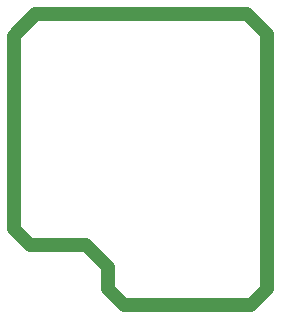
<source format=gko>
G04*
G04 #@! TF.GenerationSoftware,Altium Limited,Altium Designer,20.1.14 (287)*
G04*
G04 Layer_Color=16711935*
%FSLAX25Y25*%
%MOIN*%
G70*
G04*
G04 #@! TF.SameCoordinates,6E086365-E2DE-403D-A888-8F504F8E791D*
G04*
G04*
G04 #@! TF.FilePolarity,Positive*
G04*
G01*
G75*
%ADD46C,0.04724*%
D46*
X302400Y456500D02*
X302400Y371500D01*
X295700Y463200D02*
X302400Y456500D01*
X297086Y366186D02*
X302400Y371500D01*
X218000Y391500D02*
X223300Y386200D01*
X218000Y456100D02*
X218000Y391500D01*
X223300Y386200D02*
X242200D01*
X249400Y379000D01*
X225100Y463200D02*
X295700Y463200D01*
X218000Y456100D02*
X225100Y463200D01*
X249400Y379000D02*
X249400Y371500D01*
X254714Y366186D01*
X297086D01*
M02*

</source>
